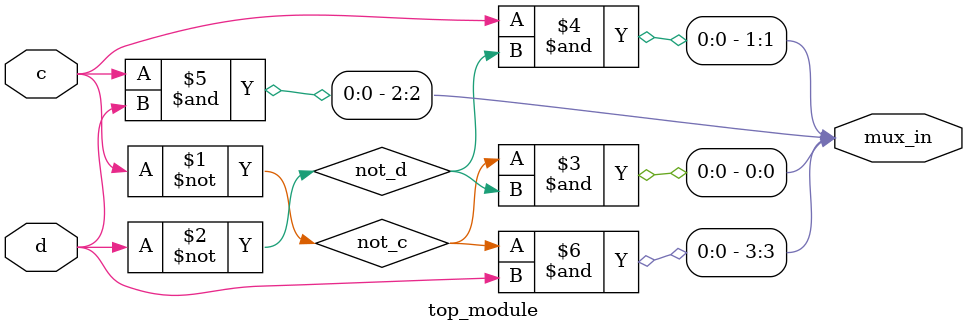
<source format=sv>
module top_module (
    input c,
    input d,
    output [3:0] mux_in
);

    wire not_c = ~c;
    wire not_d = ~d;
    
    // Implement the Karnaugh map using a 4-to-1 mux and 2-to-1 muxes
    assign mux_in[0] = not_c & not_d;
    assign mux_in[1] = c & not_d;
    assign mux_in[2] = c & d;
    assign mux_in[3] = not_c & d;

endmodule

</source>
